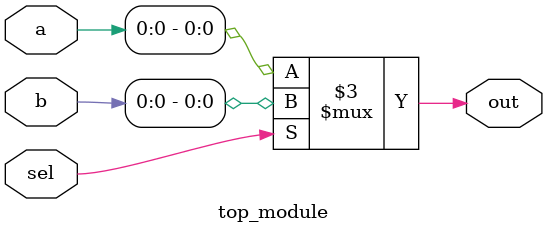
<source format=sv>
module top_module (
      input sel,
      input [7:0] a,
      input [7:0] b,
      output out  );
always @(*) begin
    if (sel)
        out = b;
    else
        out = a;
end

endmodule

/*
Ambiguous design descriptions 
*/

/*
The testbench failed to compile. Please fix the module. The output of iverilog is as follows:
./Execute_environment/testbench.sv:101: error: Unknown module type: TopModule
3 error(s) during elaboration.
*** These modules were missing:
        TopModule referenced 1 times.
***
*/
</source>
